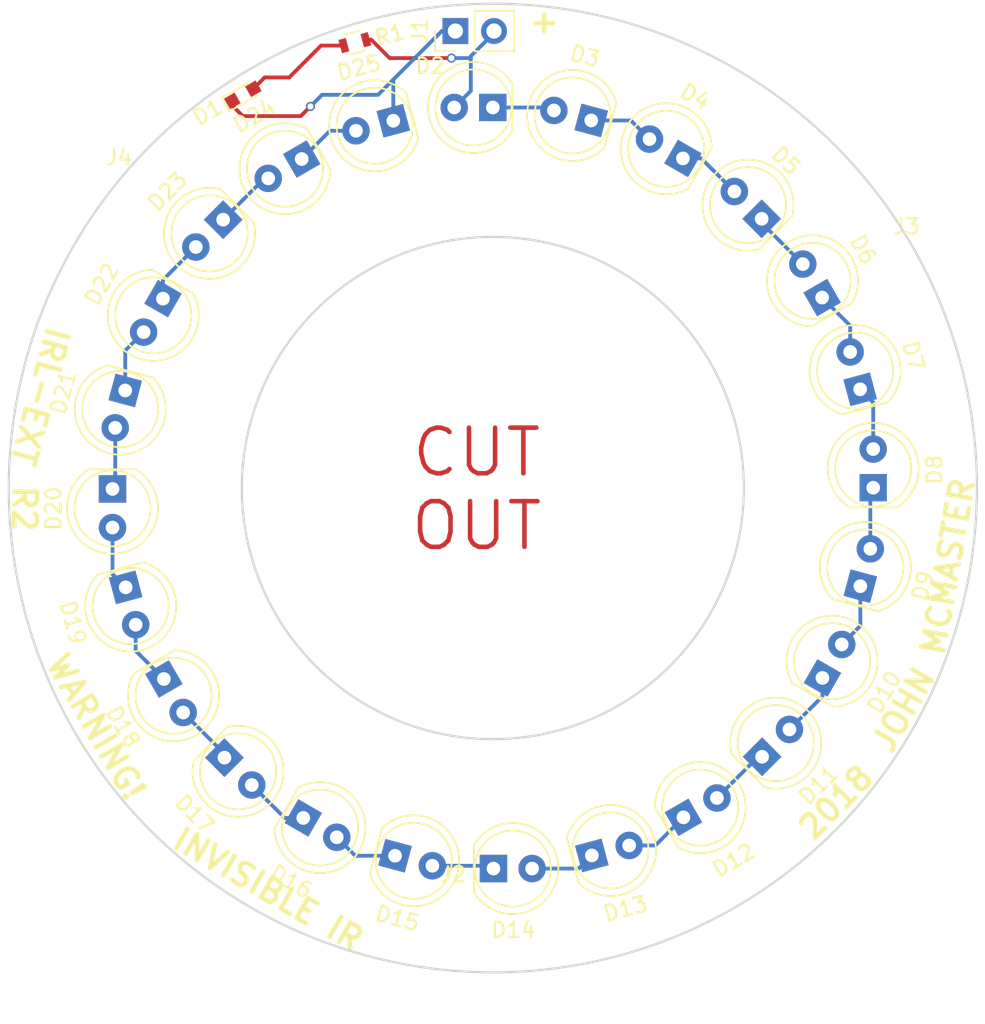
<source format=kicad_pcb>
(kicad_pcb (version 4) (host pcbnew 4.0.7-e2-6376~58~ubuntu16.04.1)

  (general
    (links 28)
    (no_connects 0)
    (area 67.734584 67.951999 132.261371 135.574999)
    (thickness 1.6)
    (drawings 11)
    (tracks 71)
    (zones 0)
    (modules 30)
    (nets 29)
  )

  (page A4)
  (layers
    (0 F.Cu signal)
    (31 B.Cu signal)
    (32 B.Adhes user)
    (33 F.Adhes user)
    (34 B.Paste user)
    (35 F.Paste user)
    (36 B.SilkS user)
    (37 F.SilkS user)
    (38 B.Mask user)
    (39 F.Mask user)
    (40 Dwgs.User user)
    (41 Cmts.User user)
    (42 Eco1.User user)
    (43 Eco2.User user)
    (44 Edge.Cuts user)
    (45 Margin user)
    (46 B.CrtYd user)
    (47 F.CrtYd user)
    (48 B.Fab user)
    (49 F.Fab user)
  )

  (setup
    (last_trace_width 0.25)
    (trace_clearance 0.2)
    (zone_clearance 0.508)
    (zone_45_only no)
    (trace_min 0.2)
    (segment_width 0.2)
    (edge_width 0.15)
    (via_size 0.6)
    (via_drill 0.4)
    (via_min_size 0.4)
    (via_min_drill 0.3)
    (uvia_size 0.3)
    (uvia_drill 0.1)
    (uvias_allowed no)
    (uvia_min_size 0.2)
    (uvia_min_drill 0.1)
    (pcb_text_width 0.3)
    (pcb_text_size 1.5 1.5)
    (mod_edge_width 0.15)
    (mod_text_size 1 1)
    (mod_text_width 0.15)
    (pad_size 3.5 3.5)
    (pad_drill 3.5)
    (pad_to_mask_clearance 0.2)
    (aux_axis_origin 0 0)
    (visible_elements FFFFFF7F)
    (pcbplotparams
      (layerselection 0x010f0_80000001)
      (usegerberextensions true)
      (excludeedgelayer true)
      (linewidth 0.100000)
      (plotframeref false)
      (viasonmask false)
      (mode 1)
      (useauxorigin false)
      (hpglpennumber 1)
      (hpglpenspeed 20)
      (hpglpendiameter 15)
      (hpglpenoverlay 2)
      (psnegative false)
      (psa4output false)
      (plotreference true)
      (plotvalue true)
      (plotinvisibletext false)
      (padsonsilk false)
      (subtractmaskfromsilk false)
      (outputformat 1)
      (mirror false)
      (drillshape 0)
      (scaleselection 1)
      (outputdirectory ilr-ext_r2))
  )

  (net 0 "")
  (net 1 "Net-(D1-Pad2)")
  (net 2 GND)
  (net 3 "Net-(D2-Pad1)")
  (net 4 VCC)
  (net 5 "Net-(D3-Pad1)")
  (net 6 "Net-(D4-Pad1)")
  (net 7 "Net-(D5-Pad1)")
  (net 8 "Net-(D6-Pad1)")
  (net 9 "Net-(D7-Pad1)")
  (net 10 "Net-(D8-Pad1)")
  (net 11 "Net-(D10-Pad2)")
  (net 12 "Net-(D10-Pad1)")
  (net 13 "Net-(D11-Pad1)")
  (net 14 "Net-(D12-Pad1)")
  (net 15 "Net-(D13-Pad1)")
  (net 16 "Net-(D14-Pad1)")
  (net 17 "Net-(D15-Pad1)")
  (net 18 "Net-(D16-Pad1)")
  (net 19 "Net-(D17-Pad1)")
  (net 20 "Net-(D18-Pad1)")
  (net 21 "Net-(D19-Pad1)")
  (net 22 "Net-(D20-Pad1)")
  (net 23 "Net-(D21-Pad1)")
  (net 24 "Net-(D22-Pad1)")
  (net 25 "Net-(D23-Pad1)")
  (net 26 "Net-(D24-Pad1)")
  (net 27 "Net-(J2-Pad1)")
  (net 28 "Net-(J4-Pad1)")

  (net_class Default "This is the default net class."
    (clearance 0.2)
    (trace_width 0.25)
    (via_dia 0.6)
    (via_drill 0.4)
    (uvia_dia 0.3)
    (uvia_drill 0.1)
    (add_net GND)
    (add_net "Net-(D1-Pad2)")
    (add_net "Net-(D10-Pad1)")
    (add_net "Net-(D10-Pad2)")
    (add_net "Net-(D11-Pad1)")
    (add_net "Net-(D12-Pad1)")
    (add_net "Net-(D13-Pad1)")
    (add_net "Net-(D14-Pad1)")
    (add_net "Net-(D15-Pad1)")
    (add_net "Net-(D16-Pad1)")
    (add_net "Net-(D17-Pad1)")
    (add_net "Net-(D18-Pad1)")
    (add_net "Net-(D19-Pad1)")
    (add_net "Net-(D2-Pad1)")
    (add_net "Net-(D20-Pad1)")
    (add_net "Net-(D21-Pad1)")
    (add_net "Net-(D22-Pad1)")
    (add_net "Net-(D23-Pad1)")
    (add_net "Net-(D24-Pad1)")
    (add_net "Net-(D3-Pad1)")
    (add_net "Net-(D4-Pad1)")
    (add_net "Net-(D5-Pad1)")
    (add_net "Net-(D6-Pad1)")
    (add_net "Net-(D7-Pad1)")
    (add_net "Net-(D8-Pad1)")
    (add_net "Net-(J2-Pad1)")
    (add_net "Net-(J4-Pad1)")
    (add_net VCC)
  )

  (module LEDs:LED_0603 (layer F.Cu) (tedit 5B07CFC8) (tstamp 5B074ABD)
    (at 83.566 74.168 30)
    (descr "LED 0603 smd package")
    (tags "LED led 0603 SMD smd SMT smt smdled SMDLED smtled SMTLED")
    (path /5B011935)
    (attr smd)
    (fp_text reference D1 (at -2.584932 -0.16671 30) (layer F.SilkS)
      (effects (font (size 1 1) (thickness 0.15)))
    )
    (fp_text value LED (at 3.084429 -0.22537 30) (layer F.Fab)
      (effects (font (size 1 1) (thickness 0.15)))
    )
    (fp_line (start -1.3 -0.5) (end -1.3 0.5) (layer F.SilkS) (width 0.12))
    (fp_line (start -0.2 -0.2) (end -0.2 0.2) (layer F.Fab) (width 0.1))
    (fp_line (start -0.15 0) (end 0.15 -0.2) (layer F.Fab) (width 0.1))
    (fp_line (start 0.15 0.2) (end -0.15 0) (layer F.Fab) (width 0.1))
    (fp_line (start 0.15 -0.2) (end 0.15 0.2) (layer F.Fab) (width 0.1))
    (fp_line (start 0.8 0.4) (end -0.8 0.4) (layer F.Fab) (width 0.1))
    (fp_line (start 0.8 -0.4) (end 0.8 0.4) (layer F.Fab) (width 0.1))
    (fp_line (start -0.8 -0.4) (end 0.8 -0.4) (layer F.Fab) (width 0.1))
    (fp_line (start -0.8 0.4) (end -0.8 -0.4) (layer F.Fab) (width 0.1))
    (fp_line (start -1.3 0.5) (end 0.8 0.5) (layer F.SilkS) (width 0.12))
    (fp_line (start -1.3 -0.5) (end 0.8 -0.5) (layer F.SilkS) (width 0.12))
    (fp_line (start 1.45 -0.65) (end 1.45 0.65) (layer F.CrtYd) (width 0.05))
    (fp_line (start 1.45 0.65) (end -1.45 0.65) (layer F.CrtYd) (width 0.05))
    (fp_line (start -1.45 0.65) (end -1.45 -0.65) (layer F.CrtYd) (width 0.05))
    (fp_line (start -1.45 -0.65) (end 1.45 -0.65) (layer F.CrtYd) (width 0.05))
    (pad 2 smd rect (at 0.8 0 210) (size 0.8 0.8) (layers F.Cu F.Paste F.Mask)
      (net 1 "Net-(D1-Pad2)"))
    (pad 1 smd rect (at -0.8 0 210) (size 0.8 0.8) (layers F.Cu F.Paste F.Mask)
      (net 2 GND))
    (model ${KISYS3DMOD}/LEDs.3dshapes/LED_0603.wrl
      (at (xyz 0 0 0))
      (scale (xyz 1 1 1))
      (rotate (xyz 0 0 180))
    )
  )

  (module LEDs:LED_D5.0mm (layer F.Cu) (tedit 5B07CA48) (tstamp 5B074AC3)
    (at 100 75 180)
    (descr "LED, diameter 5.0mm, 2 pins, http://cdn-reichelt.de/documents/datenblatt/A500/LL-504BC2E-009.pdf")
    (tags "LED diameter 5.0mm 2 pins")
    (path /5B00EA18)
    (fp_text reference D2 (at 4.115 2.737 180) (layer F.SilkS)
      (effects (font (size 1 1) (thickness 0.15)))
    )
    (fp_text value LED (at 1.27 3.96 180) (layer F.Fab)
      (effects (font (size 1 1) (thickness 0.15)))
    )
    (fp_arc (start 1.27 0) (end -1.23 -1.469694) (angle 299.1) (layer F.Fab) (width 0.1))
    (fp_arc (start 1.27 0) (end -1.29 -1.54483) (angle 148.9) (layer F.SilkS) (width 0.12))
    (fp_arc (start 1.27 0) (end -1.29 1.54483) (angle -148.9) (layer F.SilkS) (width 0.12))
    (fp_circle (center 1.27 0) (end 3.77 0) (layer F.Fab) (width 0.1))
    (fp_circle (center 1.27 0) (end 3.77 0) (layer F.SilkS) (width 0.12))
    (fp_line (start -1.23 -1.469694) (end -1.23 1.469694) (layer F.Fab) (width 0.1))
    (fp_line (start -1.29 -1.545) (end -1.29 1.545) (layer F.SilkS) (width 0.12))
    (fp_line (start -1.95 -3.25) (end -1.95 3.25) (layer F.CrtYd) (width 0.05))
    (fp_line (start -1.95 3.25) (end 4.5 3.25) (layer F.CrtYd) (width 0.05))
    (fp_line (start 4.5 3.25) (end 4.5 -3.25) (layer F.CrtYd) (width 0.05))
    (fp_line (start 4.5 -3.25) (end -1.95 -3.25) (layer F.CrtYd) (width 0.05))
    (fp_text user %R (at 1.25 0 180) (layer F.Fab)
      (effects (font (size 0.8 0.8) (thickness 0.2)))
    )
    (pad 1 thru_hole rect (at 0 0 180) (size 1.8 1.8) (drill 0.9) (layers *.Cu *.Mask)
      (net 3 "Net-(D2-Pad1)"))
    (pad 2 thru_hole circle (at 2.54 0 180) (size 1.8 1.8) (drill 0.9) (layers *.Cu *.Mask)
      (net 4 VCC))
    (model ${KISYS3DMOD}/LEDs.3dshapes/LED_D5.0mm.wrl
      (at (xyz 0 0 0))
      (scale (xyz 0.393701 0.393701 0.393701))
      (rotate (xyz 0 0 0))
    )
  )

  (module LEDs:LED_D5.0mm (layer F.Cu) (tedit 5B07CAED) (tstamp 5B074AC9)
    (at 106.467271 75.850995 165)
    (descr "LED, diameter 5.0mm, 2 pins, http://cdn-reichelt.de/documents/datenblatt/A500/LL-504BC2E-009.pdf")
    (tags "LED diameter 5.0mm 2 pins")
    (path /5B00EAF4)
    (fp_text reference D3 (at 1.500874 3.969808 165) (layer F.SilkS)
      (effects (font (size 1 1) (thickness 0.15)))
    )
    (fp_text value LED (at 1.27 3.96 165) (layer F.Fab)
      (effects (font (size 1 1) (thickness 0.15)))
    )
    (fp_arc (start 1.27 0) (end -1.23 -1.469694) (angle 299.1) (layer F.Fab) (width 0.1))
    (fp_arc (start 1.27 0) (end -1.29 -1.54483) (angle 148.9) (layer F.SilkS) (width 0.12))
    (fp_arc (start 1.27 0) (end -1.29 1.54483) (angle -148.9) (layer F.SilkS) (width 0.12))
    (fp_circle (center 1.27 0) (end 3.77 0) (layer F.Fab) (width 0.1))
    (fp_circle (center 1.27 0) (end 3.77 0) (layer F.SilkS) (width 0.12))
    (fp_line (start -1.23 -1.469694) (end -1.23 1.469694) (layer F.Fab) (width 0.1))
    (fp_line (start -1.29 -1.545) (end -1.29 1.545) (layer F.SilkS) (width 0.12))
    (fp_line (start -1.95 -3.25) (end -1.95 3.25) (layer F.CrtYd) (width 0.05))
    (fp_line (start -1.95 3.25) (end 4.5 3.25) (layer F.CrtYd) (width 0.05))
    (fp_line (start 4.5 3.25) (end 4.5 -3.25) (layer F.CrtYd) (width 0.05))
    (fp_line (start 4.5 -3.25) (end -1.95 -3.25) (layer F.CrtYd) (width 0.05))
    (fp_text user %R (at 1.25 0 165) (layer F.Fab)
      (effects (font (size 0.8 0.8) (thickness 0.2)))
    )
    (pad 1 thru_hole rect (at 0 0 165) (size 1.8 1.8) (drill 0.9) (layers *.Cu *.Mask)
      (net 5 "Net-(D3-Pad1)"))
    (pad 2 thru_hole circle (at 2.54 0 165) (size 1.8 1.8) (drill 0.9) (layers *.Cu *.Mask)
      (net 3 "Net-(D2-Pad1)"))
    (model ${KISYS3DMOD}/LEDs.3dshapes/LED_D5.0mm.wrl
      (at (xyz 0 0 0))
      (scale (xyz 0.393701 0.393701 0.393701))
      (rotate (xyz 0 0 0))
    )
  )

  (module LEDs:LED_D5.0mm (layer F.Cu) (tedit 5B07CAE8) (tstamp 5B074ACF)
    (at 112.494252 78.346047 150)
    (descr "LED, diameter 5.0mm, 2 pins, http://cdn-reichelt.de/documents/datenblatt/A500/LL-504BC2E-009.pdf")
    (tags "LED diameter 5.0mm 2 pins")
    (path /5B00EB64)
    (fp_text reference D4 (at 1.341582 3.903184 150) (layer F.SilkS)
      (effects (font (size 1 1) (thickness 0.15)))
    )
    (fp_text value LED (at 1.27 3.96 150) (layer F.Fab)
      (effects (font (size 1 1) (thickness 0.15)))
    )
    (fp_arc (start 1.27 0) (end -1.23 -1.469694) (angle 299.1) (layer F.Fab) (width 0.1))
    (fp_arc (start 1.27 0) (end -1.29 -1.54483) (angle 148.9) (layer F.SilkS) (width 0.12))
    (fp_arc (start 1.27 0) (end -1.29 1.54483) (angle -148.9) (layer F.SilkS) (width 0.12))
    (fp_circle (center 1.27 0) (end 3.77 0) (layer F.Fab) (width 0.1))
    (fp_circle (center 1.27 0) (end 3.77 0) (layer F.SilkS) (width 0.12))
    (fp_line (start -1.23 -1.469694) (end -1.23 1.469694) (layer F.Fab) (width 0.1))
    (fp_line (start -1.29 -1.545) (end -1.29 1.545) (layer F.SilkS) (width 0.12))
    (fp_line (start -1.95 -3.25) (end -1.95 3.25) (layer F.CrtYd) (width 0.05))
    (fp_line (start -1.95 3.25) (end 4.5 3.25) (layer F.CrtYd) (width 0.05))
    (fp_line (start 4.5 3.25) (end 4.5 -3.25) (layer F.CrtYd) (width 0.05))
    (fp_line (start 4.5 -3.25) (end -1.95 -3.25) (layer F.CrtYd) (width 0.05))
    (fp_text user %R (at 1.25 0 150) (layer F.Fab)
      (effects (font (size 0.8 0.8) (thickness 0.2)))
    )
    (pad 1 thru_hole rect (at 0 0 150) (size 1.8 1.8) (drill 0.9) (layers *.Cu *.Mask)
      (net 6 "Net-(D4-Pad1)"))
    (pad 2 thru_hole circle (at 2.54 0 150) (size 1.8 1.8) (drill 0.9) (layers *.Cu *.Mask)
      (net 5 "Net-(D3-Pad1)"))
    (model ${KISYS3DMOD}/LEDs.3dshapes/LED_D5.0mm.wrl
      (at (xyz 0 0 0))
      (scale (xyz 0.393701 0.393701 0.393701))
      (rotate (xyz 0 0 0))
    )
  )

  (module LEDs:LED_D5.0mm (layer F.Cu) (tedit 5B07CAE3) (tstamp 5B074AD5)
    (at 117.670629 82.315293 135)
    (descr "LED, diameter 5.0mm, 2 pins, http://cdn-reichelt.de/documents/datenblatt/A500/LL-504BC2E-009.pdf")
    (tags "LED diameter 5.0mm 2 pins")
    (path /5B01951A)
    (fp_text reference D5 (at 1.588814 3.826624 135) (layer F.SilkS)
      (effects (font (size 1 1) (thickness 0.15)))
    )
    (fp_text value LED (at 1.27 3.96 135) (layer F.Fab)
      (effects (font (size 1 1) (thickness 0.15)))
    )
    (fp_arc (start 1.27 0) (end -1.23 -1.469694) (angle 299.1) (layer F.Fab) (width 0.1))
    (fp_arc (start 1.27 0) (end -1.29 -1.54483) (angle 148.9) (layer F.SilkS) (width 0.12))
    (fp_arc (start 1.27 0) (end -1.29 1.54483) (angle -148.9) (layer F.SilkS) (width 0.12))
    (fp_circle (center 1.27 0) (end 3.77 0) (layer F.Fab) (width 0.1))
    (fp_circle (center 1.27 0) (end 3.77 0) (layer F.SilkS) (width 0.12))
    (fp_line (start -1.23 -1.469694) (end -1.23 1.469694) (layer F.Fab) (width 0.1))
    (fp_line (start -1.29 -1.545) (end -1.29 1.545) (layer F.SilkS) (width 0.12))
    (fp_line (start -1.95 -3.25) (end -1.95 3.25) (layer F.CrtYd) (width 0.05))
    (fp_line (start -1.95 3.25) (end 4.5 3.25) (layer F.CrtYd) (width 0.05))
    (fp_line (start 4.5 3.25) (end 4.5 -3.25) (layer F.CrtYd) (width 0.05))
    (fp_line (start 4.5 -3.25) (end -1.95 -3.25) (layer F.CrtYd) (width 0.05))
    (fp_text user %R (at 1.25 0 135) (layer F.Fab)
      (effects (font (size 0.8 0.8) (thickness 0.2)))
    )
    (pad 1 thru_hole rect (at 0 0 135) (size 1.8 1.8) (drill 0.9) (layers *.Cu *.Mask)
      (net 7 "Net-(D5-Pad1)"))
    (pad 2 thru_hole circle (at 2.54 0 135) (size 1.8 1.8) (drill 0.9) (layers *.Cu *.Mask)
      (net 6 "Net-(D4-Pad1)"))
    (model ${KISYS3DMOD}/LEDs.3dshapes/LED_D5.0mm.wrl
      (at (xyz 0 0 0))
      (scale (xyz 0.393701 0.393701 0.393701))
      (rotate (xyz 0 0 0))
    )
  )

  (module LEDs:LED_D5.0mm (layer F.Cu) (tedit 5B07CAE0) (tstamp 5B074ADB)
    (at 121.643995 87.488507 120)
    (descr "LED, diameter 5.0mm, 2 pins, http://cdn-reichelt.de/documents/datenblatt/A500/LL-504BC2E-009.pdf")
    (tags "LED diameter 5.0mm 2 pins")
    (path /5B019520)
    (fp_text reference D6 (at 1.392577 3.909 120) (layer F.SilkS)
      (effects (font (size 1 1) (thickness 0.15)))
    )
    (fp_text value LED (at 1.27 3.96 120) (layer F.Fab)
      (effects (font (size 1 1) (thickness 0.15)))
    )
    (fp_arc (start 1.27 0) (end -1.23 -1.469694) (angle 299.1) (layer F.Fab) (width 0.1))
    (fp_arc (start 1.27 0) (end -1.29 -1.54483) (angle 148.9) (layer F.SilkS) (width 0.12))
    (fp_arc (start 1.27 0) (end -1.29 1.54483) (angle -148.9) (layer F.SilkS) (width 0.12))
    (fp_circle (center 1.27 0) (end 3.77 0) (layer F.Fab) (width 0.1))
    (fp_circle (center 1.27 0) (end 3.77 0) (layer F.SilkS) (width 0.12))
    (fp_line (start -1.23 -1.469694) (end -1.23 1.469694) (layer F.Fab) (width 0.1))
    (fp_line (start -1.29 -1.545) (end -1.29 1.545) (layer F.SilkS) (width 0.12))
    (fp_line (start -1.95 -3.25) (end -1.95 3.25) (layer F.CrtYd) (width 0.05))
    (fp_line (start -1.95 3.25) (end 4.5 3.25) (layer F.CrtYd) (width 0.05))
    (fp_line (start 4.5 3.25) (end 4.5 -3.25) (layer F.CrtYd) (width 0.05))
    (fp_line (start 4.5 -3.25) (end -1.95 -3.25) (layer F.CrtYd) (width 0.05))
    (fp_text user %R (at 1.25 0 120) (layer F.Fab)
      (effects (font (size 0.8 0.8) (thickness 0.2)))
    )
    (pad 1 thru_hole rect (at 0 0 120) (size 1.8 1.8) (drill 0.9) (layers *.Cu *.Mask)
      (net 8 "Net-(D6-Pad1)"))
    (pad 2 thru_hole circle (at 2.54 0 120) (size 1.8 1.8) (drill 0.9) (layers *.Cu *.Mask)
      (net 7 "Net-(D5-Pad1)"))
    (model ${KISYS3DMOD}/LEDs.3dshapes/LED_D5.0mm.wrl
      (at (xyz 0 0 0))
      (scale (xyz 0.393701 0.393701 0.393701))
      (rotate (xyz 0 0 0))
    )
  )

  (module LEDs:LED_D5.0mm (layer F.Cu) (tedit 5B07CADC) (tstamp 5B074AE1)
    (at 124.143846 93.5135 105)
    (descr "LED, diameter 5.0mm, 2 pins, http://cdn-reichelt.de/documents/datenblatt/A500/LL-504BC2E-009.pdf")
    (tags "LED diameter 5.0mm 2 pins")
    (path /5B019526)
    (fp_text reference D7 (at 1.221943 3.941727 105) (layer F.SilkS)
      (effects (font (size 1 1) (thickness 0.15)))
    )
    (fp_text value LED (at 1.27 3.96 105) (layer F.Fab)
      (effects (font (size 1 1) (thickness 0.15)))
    )
    (fp_arc (start 1.27 0) (end -1.23 -1.469694) (angle 299.1) (layer F.Fab) (width 0.1))
    (fp_arc (start 1.27 0) (end -1.29 -1.54483) (angle 148.9) (layer F.SilkS) (width 0.12))
    (fp_arc (start 1.27 0) (end -1.29 1.54483) (angle -148.9) (layer F.SilkS) (width 0.12))
    (fp_circle (center 1.27 0) (end 3.77 0) (layer F.Fab) (width 0.1))
    (fp_circle (center 1.27 0) (end 3.77 0) (layer F.SilkS) (width 0.12))
    (fp_line (start -1.23 -1.469694) (end -1.23 1.469694) (layer F.Fab) (width 0.1))
    (fp_line (start -1.29 -1.545) (end -1.29 1.545) (layer F.SilkS) (width 0.12))
    (fp_line (start -1.95 -3.25) (end -1.95 3.25) (layer F.CrtYd) (width 0.05))
    (fp_line (start -1.95 3.25) (end 4.5 3.25) (layer F.CrtYd) (width 0.05))
    (fp_line (start 4.5 3.25) (end 4.5 -3.25) (layer F.CrtYd) (width 0.05))
    (fp_line (start 4.5 -3.25) (end -1.95 -3.25) (layer F.CrtYd) (width 0.05))
    (fp_text user %R (at 1.25 0 105) (layer F.Fab)
      (effects (font (size 0.8 0.8) (thickness 0.2)))
    )
    (pad 1 thru_hole rect (at 0 0 105) (size 1.8 1.8) (drill 0.9) (layers *.Cu *.Mask)
      (net 9 "Net-(D7-Pad1)"))
    (pad 2 thru_hole circle (at 2.54 0 105) (size 1.8 1.8) (drill 0.9) (layers *.Cu *.Mask)
      (net 8 "Net-(D6-Pad1)"))
    (model ${KISYS3DMOD}/LEDs.3dshapes/LED_D5.0mm.wrl
      (at (xyz 0 0 0))
      (scale (xyz 0.393701 0.393701 0.393701))
      (rotate (xyz 0 0 0))
    )
  )

  (module LEDs:LED_D5.0mm (layer F.Cu) (tedit 5B07CAD6) (tstamp 5B074AE7)
    (at 124.999992 99.980091 90)
    (descr "LED, diameter 5.0mm, 2 pins, http://cdn-reichelt.de/documents/datenblatt/A500/LL-504BC2E-009.pdf")
    (tags "LED diameter 5.0mm 2 pins")
    (path /5B01A05A)
    (fp_text reference D8 (at 1.174091 4.032008 90) (layer F.SilkS)
      (effects (font (size 1 1) (thickness 0.15)))
    )
    (fp_text value LED (at 1.27 3.96 90) (layer F.Fab)
      (effects (font (size 1 1) (thickness 0.15)))
    )
    (fp_arc (start 1.27 0) (end -1.23 -1.469694) (angle 299.1) (layer F.Fab) (width 0.1))
    (fp_arc (start 1.27 0) (end -1.29 -1.54483) (angle 148.9) (layer F.SilkS) (width 0.12))
    (fp_arc (start 1.27 0) (end -1.29 1.54483) (angle -148.9) (layer F.SilkS) (width 0.12))
    (fp_circle (center 1.27 0) (end 3.77 0) (layer F.Fab) (width 0.1))
    (fp_circle (center 1.27 0) (end 3.77 0) (layer F.SilkS) (width 0.12))
    (fp_line (start -1.23 -1.469694) (end -1.23 1.469694) (layer F.Fab) (width 0.1))
    (fp_line (start -1.29 -1.545) (end -1.29 1.545) (layer F.SilkS) (width 0.12))
    (fp_line (start -1.95 -3.25) (end -1.95 3.25) (layer F.CrtYd) (width 0.05))
    (fp_line (start -1.95 3.25) (end 4.5 3.25) (layer F.CrtYd) (width 0.05))
    (fp_line (start 4.5 3.25) (end 4.5 -3.25) (layer F.CrtYd) (width 0.05))
    (fp_line (start 4.5 -3.25) (end -1.95 -3.25) (layer F.CrtYd) (width 0.05))
    (fp_text user %R (at 1.25 0 90) (layer F.Fab)
      (effects (font (size 0.8 0.8) (thickness 0.2)))
    )
    (pad 1 thru_hole rect (at 0 0 90) (size 1.8 1.8) (drill 0.9) (layers *.Cu *.Mask)
      (net 10 "Net-(D8-Pad1)"))
    (pad 2 thru_hole circle (at 2.54 0 90) (size 1.8 1.8) (drill 0.9) (layers *.Cu *.Mask)
      (net 9 "Net-(D7-Pad1)"))
    (model ${KISYS3DMOD}/LEDs.3dshapes/LED_D5.0mm.wrl
      (at (xyz 0 0 0))
      (scale (xyz 0.393701 0.393701 0.393701))
      (rotate (xyz 0 0 0))
    )
  )

  (module LEDs:LED_D5.0mm (layer F.Cu) (tedit 5B07CAD2) (tstamp 5B074AED)
    (at 124.154146 106.448038 75)
    (descr "LED, diameter 5.0mm, 2 pins, http://cdn-reichelt.de/documents/datenblatt/A500/LL-504BC2E-009.pdf")
    (tags "LED diameter 5.0mm 2 pins")
    (path /5B01A060)
    (fp_text reference D9 (at 1.086548 3.969906 75) (layer F.SilkS)
      (effects (font (size 1 1) (thickness 0.15)))
    )
    (fp_text value LED (at 1.27 3.96 75) (layer F.Fab)
      (effects (font (size 1 1) (thickness 0.15)))
    )
    (fp_arc (start 1.27 0) (end -1.23 -1.469694) (angle 299.1) (layer F.Fab) (width 0.1))
    (fp_arc (start 1.27 0) (end -1.29 -1.54483) (angle 148.9) (layer F.SilkS) (width 0.12))
    (fp_arc (start 1.27 0) (end -1.29 1.54483) (angle -148.9) (layer F.SilkS) (width 0.12))
    (fp_circle (center 1.27 0) (end 3.77 0) (layer F.Fab) (width 0.1))
    (fp_circle (center 1.27 0) (end 3.77 0) (layer F.SilkS) (width 0.12))
    (fp_line (start -1.23 -1.469694) (end -1.23 1.469694) (layer F.Fab) (width 0.1))
    (fp_line (start -1.29 -1.545) (end -1.29 1.545) (layer F.SilkS) (width 0.12))
    (fp_line (start -1.95 -3.25) (end -1.95 3.25) (layer F.CrtYd) (width 0.05))
    (fp_line (start -1.95 3.25) (end 4.5 3.25) (layer F.CrtYd) (width 0.05))
    (fp_line (start 4.5 3.25) (end 4.5 -3.25) (layer F.CrtYd) (width 0.05))
    (fp_line (start 4.5 -3.25) (end -1.95 -3.25) (layer F.CrtYd) (width 0.05))
    (fp_text user %R (at 1.25 0 75) (layer F.Fab)
      (effects (font (size 0.8 0.8) (thickness 0.2)))
    )
    (pad 1 thru_hole rect (at 0 0 75) (size 1.8 1.8) (drill 0.9) (layers *.Cu *.Mask)
      (net 11 "Net-(D10-Pad2)"))
    (pad 2 thru_hole circle (at 2.54 0 75) (size 1.8 1.8) (drill 0.9) (layers *.Cu *.Mask)
      (net 10 "Net-(D8-Pad1)"))
    (model ${KISYS3DMOD}/LEDs.3dshapes/LED_D5.0mm.wrl
      (at (xyz 0 0 0))
      (scale (xyz 0.393701 0.393701 0.393701))
      (rotate (xyz 0 0 0))
    )
  )

  (module LEDs:LED_D5.0mm (layer F.Cu) (tedit 5B07CACE) (tstamp 5B074AF3)
    (at 121.663895 112.477004 60)
    (descr "LED, diameter 5.0mm, 2 pins, http://cdn-reichelt.de/documents/datenblatt/A500/LL-504BC2E-009.pdf")
    (tags "LED diameter 5.0mm 2 pins")
    (path /5B01A066)
    (fp_text reference D10 (at 1.224188 3.988348 60) (layer F.SilkS)
      (effects (font (size 1 1) (thickness 0.15)))
    )
    (fp_text value LED (at 1.27 3.96 60) (layer F.Fab)
      (effects (font (size 1 1) (thickness 0.15)))
    )
    (fp_arc (start 1.27 0) (end -1.23 -1.469694) (angle 299.1) (layer F.Fab) (width 0.1))
    (fp_arc (start 1.27 0) (end -1.29 -1.54483) (angle 148.9) (layer F.SilkS) (width 0.12))
    (fp_arc (start 1.27 0) (end -1.29 1.54483) (angle -148.9) (layer F.SilkS) (width 0.12))
    (fp_circle (center 1.27 0) (end 3.77 0) (layer F.Fab) (width 0.1))
    (fp_circle (center 1.27 0) (end 3.77 0) (layer F.SilkS) (width 0.12))
    (fp_line (start -1.23 -1.469694) (end -1.23 1.469694) (layer F.Fab) (width 0.1))
    (fp_line (start -1.29 -1.545) (end -1.29 1.545) (layer F.SilkS) (width 0.12))
    (fp_line (start -1.95 -3.25) (end -1.95 3.25) (layer F.CrtYd) (width 0.05))
    (fp_line (start -1.95 3.25) (end 4.5 3.25) (layer F.CrtYd) (width 0.05))
    (fp_line (start 4.5 3.25) (end 4.5 -3.25) (layer F.CrtYd) (width 0.05))
    (fp_line (start 4.5 -3.25) (end -1.95 -3.25) (layer F.CrtYd) (width 0.05))
    (fp_text user %R (at 1.25 0 60) (layer F.Fab)
      (effects (font (size 0.8 0.8) (thickness 0.2)))
    )
    (pad 1 thru_hole rect (at 0 0 60) (size 1.8 1.8) (drill 0.9) (layers *.Cu *.Mask)
      (net 12 "Net-(D10-Pad1)"))
    (pad 2 thru_hole circle (at 2.54 0 60) (size 1.8 1.8) (drill 0.9) (layers *.Cu *.Mask)
      (net 11 "Net-(D10-Pad2)"))
    (model ${KISYS3DMOD}/LEDs.3dshapes/LED_D5.0mm.wrl
      (at (xyz 0 0 0))
      (scale (xyz 0.393701 0.393701 0.393701))
      (rotate (xyz 0 0 0))
    )
  )

  (module LEDs:LED_D5.0mm (layer F.Cu) (tedit 5B07CAC7) (tstamp 5B074AF9)
    (at 117.698772 117.656541 45)
    (descr "LED, diameter 5.0mm, 2 pins, http://cdn-reichelt.de/documents/datenblatt/A500/LL-504BC2E-009.pdf")
    (tags "LED diameter 5.0mm 2 pins")
    (path /5B01A090)
    (fp_text reference D11 (at 1.317177 3.934121 45) (layer F.SilkS)
      (effects (font (size 1 1) (thickness 0.15)))
    )
    (fp_text value LED (at 1.27 3.96 45) (layer F.Fab)
      (effects (font (size 1 1) (thickness 0.15)))
    )
    (fp_arc (start 1.27 0) (end -1.23 -1.469694) (angle 299.1) (layer F.Fab) (width 0.1))
    (fp_arc (start 1.27 0) (end -1.29 -1.54483) (angle 148.9) (layer F.SilkS) (width 0.12))
    (fp_arc (start 1.27 0) (end -1.29 1.54483) (angle -148.9) (layer F.SilkS) (width 0.12))
    (fp_circle (center 1.27 0) (end 3.77 0) (layer F.Fab) (width 0.1))
    (fp_circle (center 1.27 0) (end 3.77 0) (layer F.SilkS) (width 0.12))
    (fp_line (start -1.23 -1.469694) (end -1.23 1.469694) (layer F.Fab) (width 0.1))
    (fp_line (start -1.29 -1.545) (end -1.29 1.545) (layer F.SilkS) (width 0.12))
    (fp_line (start -1.95 -3.25) (end -1.95 3.25) (layer F.CrtYd) (width 0.05))
    (fp_line (start -1.95 3.25) (end 4.5 3.25) (layer F.CrtYd) (width 0.05))
    (fp_line (start 4.5 3.25) (end 4.5 -3.25) (layer F.CrtYd) (width 0.05))
    (fp_line (start 4.5 -3.25) (end -1.95 -3.25) (layer F.CrtYd) (width 0.05))
    (fp_text user %R (at 1.25 0 45) (layer F.Fab)
      (effects (font (size 0.8 0.8) (thickness 0.2)))
    )
    (pad 1 thru_hole rect (at 0 0 45) (size 1.8 1.8) (drill 0.9) (layers *.Cu *.Mask)
      (net 13 "Net-(D11-Pad1)"))
    (pad 2 thru_hole circle (at 2.54 0 45) (size 1.8 1.8) (drill 0.9) (layers *.Cu *.Mask)
      (net 12 "Net-(D10-Pad1)"))
    (model ${KISYS3DMOD}/LEDs.3dshapes/LED_D5.0mm.wrl
      (at (xyz 0 0 0))
      (scale (xyz 0.393701 0.393701 0.393701))
      (rotate (xyz 0 0 0))
    )
  )

  (module LEDs:LED_D5.0mm (layer F.Cu) (tedit 5B07CAC3) (tstamp 5B074AFF)
    (at 112.528723 121.634025 30)
    (descr "LED, diameter 5.0mm, 2 pins, http://cdn-reichelt.de/documents/datenblatt/A500/LL-504BC2E-009.pdf")
    (tags "LED diameter 5.0mm 2 pins")
    (path /5B01A096)
    (fp_text reference D12 (at 1.440806 4.095005 30) (layer F.SilkS)
      (effects (font (size 1 1) (thickness 0.15)))
    )
    (fp_text value LED (at 1.27 3.96 30) (layer F.Fab)
      (effects (font (size 1 1) (thickness 0.15)))
    )
    (fp_arc (start 1.27 0) (end -1.23 -1.469694) (angle 299.1) (layer F.Fab) (width 0.1))
    (fp_arc (start 1.27 0) (end -1.29 -1.54483) (angle 148.9) (layer F.SilkS) (width 0.12))
    (fp_arc (start 1.27 0) (end -1.29 1.54483) (angle -148.9) (layer F.SilkS) (width 0.12))
    (fp_circle (center 1.27 0) (end 3.77 0) (layer F.Fab) (width 0.1))
    (fp_circle (center 1.27 0) (end 3.77 0) (layer F.SilkS) (width 0.12))
    (fp_line (start -1.23 -1.469694) (end -1.23 1.469694) (layer F.Fab) (width 0.1))
    (fp_line (start -1.29 -1.545) (end -1.29 1.545) (layer F.SilkS) (width 0.12))
    (fp_line (start -1.95 -3.25) (end -1.95 3.25) (layer F.CrtYd) (width 0.05))
    (fp_line (start -1.95 3.25) (end 4.5 3.25) (layer F.CrtYd) (width 0.05))
    (fp_line (start 4.5 3.25) (end 4.5 -3.25) (layer F.CrtYd) (width 0.05))
    (fp_line (start 4.5 -3.25) (end -1.95 -3.25) (layer F.CrtYd) (width 0.05))
    (fp_text user %R (at 1.25 0 30) (layer F.Fab)
      (effects (font (size 0.8 0.8) (thickness 0.2)))
    )
    (pad 1 thru_hole rect (at 0 0 30) (size 1.8 1.8) (drill 0.9) (layers *.Cu *.Mask)
      (net 14 "Net-(D12-Pad1)"))
    (pad 2 thru_hole circle (at 2.54 0 30) (size 1.8 1.8) (drill 0.9) (layers *.Cu *.Mask)
      (net 13 "Net-(D11-Pad1)"))
    (model ${KISYS3DMOD}/LEDs.3dshapes/LED_D5.0mm.wrl
      (at (xyz 0 0 0))
      (scale (xyz 0.393701 0.393701 0.393701))
      (rotate (xyz 0 0 0))
    )
  )

  (module LEDs:LED_D5.0mm (layer F.Cu) (tedit 5B07CABF) (tstamp 5B074B05)
    (at 106.505723 124.138673 15)
    (descr "LED, diameter 5.0mm, 2 pins, http://cdn-reichelt.de/documents/datenblatt/A500/LL-504BC2E-009.pdf")
    (tags "LED diameter 5.0mm 2 pins")
    (path /5B01A09C)
    (fp_text reference D13 (at 1.226184 3.948219 15) (layer F.SilkS)
      (effects (font (size 1 1) (thickness 0.15)))
    )
    (fp_text value LED (at 1.27 3.96 15) (layer F.Fab)
      (effects (font (size 1 1) (thickness 0.15)))
    )
    (fp_arc (start 1.27 0) (end -1.23 -1.469694) (angle 299.1) (layer F.Fab) (width 0.1))
    (fp_arc (start 1.27 0) (end -1.29 -1.54483) (angle 148.9) (layer F.SilkS) (width 0.12))
    (fp_arc (start 1.27 0) (end -1.29 1.54483) (angle -148.9) (layer F.SilkS) (width 0.12))
    (fp_circle (center 1.27 0) (end 3.77 0) (layer F.Fab) (width 0.1))
    (fp_circle (center 1.27 0) (end 3.77 0) (layer F.SilkS) (width 0.12))
    (fp_line (start -1.23 -1.469694) (end -1.23 1.469694) (layer F.Fab) (width 0.1))
    (fp_line (start -1.29 -1.545) (end -1.29 1.545) (layer F.SilkS) (width 0.12))
    (fp_line (start -1.95 -3.25) (end -1.95 3.25) (layer F.CrtYd) (width 0.05))
    (fp_line (start -1.95 3.25) (end 4.5 3.25) (layer F.CrtYd) (width 0.05))
    (fp_line (start 4.5 3.25) (end 4.5 -3.25) (layer F.CrtYd) (width 0.05))
    (fp_line (start 4.5 -3.25) (end -1.95 -3.25) (layer F.CrtYd) (width 0.05))
    (fp_text user %R (at 1.25 0 15) (layer F.Fab)
      (effects (font (size 0.8 0.8) (thickness 0.2)))
    )
    (pad 1 thru_hole rect (at 0 0 15) (size 1.8 1.8) (drill 0.9) (layers *.Cu *.Mask)
      (net 15 "Net-(D13-Pad1)"))
    (pad 2 thru_hole circle (at 2.54 0 15) (size 1.8 1.8) (drill 0.9) (layers *.Cu *.Mask)
      (net 14 "Net-(D12-Pad1)"))
    (model ${KISYS3DMOD}/LEDs.3dshapes/LED_D5.0mm.wrl
      (at (xyz 0 0 0))
      (scale (xyz 0.393701 0.393701 0.393701))
      (rotate (xyz 0 0 0))
    )
  )

  (module LEDs:LED_D5.0mm (layer F.Cu) (tedit 5B07CABA) (tstamp 5B074B0B)
    (at 100.039816 124.999968)
    (descr "LED, diameter 5.0mm, 2 pins, http://cdn-reichelt.de/documents/datenblatt/A500/LL-504BC2E-009.pdf")
    (tags "LED diameter 5.0mm 2 pins")
    (path /5B01A89E)
    (fp_text reference D14 (at 1.306184 4.032032) (layer F.SilkS)
      (effects (font (size 1 1) (thickness 0.15)))
    )
    (fp_text value LED (at 1.27 3.96) (layer F.Fab)
      (effects (font (size 1 1) (thickness 0.15)))
    )
    (fp_arc (start 1.27 0) (end -1.23 -1.469694) (angle 299.1) (layer F.Fab) (width 0.1))
    (fp_arc (start 1.27 0) (end -1.29 -1.54483) (angle 148.9) (layer F.SilkS) (width 0.12))
    (fp_arc (start 1.27 0) (end -1.29 1.54483) (angle -148.9) (layer F.SilkS) (width 0.12))
    (fp_circle (center 1.27 0) (end 3.77 0) (layer F.Fab) (width 0.1))
    (fp_circle (center 1.27 0) (end 3.77 0) (layer F.SilkS) (width 0.12))
    (fp_line (start -1.23 -1.469694) (end -1.23 1.469694) (layer F.Fab) (width 0.1))
    (fp_line (start -1.29 -1.545) (end -1.29 1.545) (layer F.SilkS) (width 0.12))
    (fp_line (start -1.95 -3.25) (end -1.95 3.25) (layer F.CrtYd) (width 0.05))
    (fp_line (start -1.95 3.25) (end 4.5 3.25) (layer F.CrtYd) (width 0.05))
    (fp_line (start 4.5 3.25) (end 4.5 -3.25) (layer F.CrtYd) (width 0.05))
    (fp_line (start 4.5 -3.25) (end -1.95 -3.25) (layer F.CrtYd) (width 0.05))
    (fp_text user %R (at 1.25 0) (layer F.Fab)
      (effects (font (size 0.8 0.8) (thickness 0.2)))
    )
    (pad 1 thru_hole rect (at 0 0) (size 1.8 1.8) (drill 0.9) (layers *.Cu *.Mask)
      (net 16 "Net-(D14-Pad1)"))
    (pad 2 thru_hole circle (at 2.54 0) (size 1.8 1.8) (drill 0.9) (layers *.Cu *.Mask)
      (net 15 "Net-(D13-Pad1)"))
    (model ${KISYS3DMOD}/LEDs.3dshapes/LED_D5.0mm.wrl
      (at (xyz 0 0 0))
      (scale (xyz 0.393701 0.393701 0.393701))
      (rotate (xyz 0 0 0))
    )
  )

  (module LEDs:LED_D5.0mm (layer F.Cu) (tedit 5B07CAB7) (tstamp 5B074B11)
    (at 93.571198 124.159273 345)
    (descr "LED, diameter 5.0mm, 2 pins, http://cdn-reichelt.de/documents/datenblatt/A500/LL-504BC2E-009.pdf")
    (tags "LED diameter 5.0mm 2 pins")
    (path /5B01A8A4)
    (fp_text reference D15 (at 1.213462 3.930592 345) (layer F.SilkS)
      (effects (font (size 1 1) (thickness 0.15)))
    )
    (fp_text value LED (at 1.27 3.96 345) (layer F.Fab)
      (effects (font (size 1 1) (thickness 0.15)))
    )
    (fp_arc (start 1.27 0) (end -1.23 -1.469694) (angle 299.1) (layer F.Fab) (width 0.1))
    (fp_arc (start 1.27 0) (end -1.29 -1.54483) (angle 148.9) (layer F.SilkS) (width 0.12))
    (fp_arc (start 1.27 0) (end -1.29 1.54483) (angle -148.9) (layer F.SilkS) (width 0.12))
    (fp_circle (center 1.27 0) (end 3.77 0) (layer F.Fab) (width 0.1))
    (fp_circle (center 1.27 0) (end 3.77 0) (layer F.SilkS) (width 0.12))
    (fp_line (start -1.23 -1.469694) (end -1.23 1.469694) (layer F.Fab) (width 0.1))
    (fp_line (start -1.29 -1.545) (end -1.29 1.545) (layer F.SilkS) (width 0.12))
    (fp_line (start -1.95 -3.25) (end -1.95 3.25) (layer F.CrtYd) (width 0.05))
    (fp_line (start -1.95 3.25) (end 4.5 3.25) (layer F.CrtYd) (width 0.05))
    (fp_line (start 4.5 3.25) (end 4.5 -3.25) (layer F.CrtYd) (width 0.05))
    (fp_line (start 4.5 -3.25) (end -1.95 -3.25) (layer F.CrtYd) (width 0.05))
    (fp_text user %R (at 1.25 0 345) (layer F.Fab)
      (effects (font (size 0.8 0.8) (thickness 0.2)))
    )
    (pad 1 thru_hole rect (at 0 0 345) (size 1.8 1.8) (drill 0.9) (layers *.Cu *.Mask)
      (net 17 "Net-(D15-Pad1)"))
    (pad 2 thru_hole circle (at 2.54 0 345) (size 1.8 1.8) (drill 0.9) (layers *.Cu *.Mask)
      (net 16 "Net-(D14-Pad1)"))
    (model ${KISYS3DMOD}/LEDs.3dshapes/LED_D5.0mm.wrl
      (at (xyz 0 0 0))
      (scale (xyz 0.393701 0.393701 0.393701))
      (rotate (xyz 0 0 0))
    )
  )

  (module LEDs:LED_D5.0mm (layer F.Cu) (tedit 5B07CAB2) (tstamp 5B074B17)
    (at 87.54025 121.673823 330)
    (descr "LED, diameter 5.0mm, 2 pins, http://cdn-reichelt.de/documents/datenblatt/A500/LL-504BC2E-009.pdf")
    (tags "LED diameter 5.0mm 2 pins")
    (path /5B01A8AA)
    (fp_text reference D16 (at 1.399418 4.022363 330) (layer F.SilkS)
      (effects (font (size 1 1) (thickness 0.15)))
    )
    (fp_text value LED (at 1.27 3.96 330) (layer F.Fab)
      (effects (font (size 1 1) (thickness 0.15)))
    )
    (fp_arc (start 1.27 0) (end -1.23 -1.469694) (angle 299.1) (layer F.Fab) (width 0.1))
    (fp_arc (start 1.27 0) (end -1.29 -1.54483) (angle 148.9) (layer F.SilkS) (width 0.12))
    (fp_arc (start 1.27 0) (end -1.29 1.54483) (angle -148.9) (layer F.SilkS) (width 0.12))
    (fp_circle (center 1.27 0) (end 3.77 0) (layer F.Fab) (width 0.1))
    (fp_circle (center 1.27 0) (end 3.77 0) (layer F.SilkS) (width 0.12))
    (fp_line (start -1.23 -1.469694) (end -1.23 1.469694) (layer F.Fab) (width 0.1))
    (fp_line (start -1.29 -1.545) (end -1.29 1.545) (layer F.SilkS) (width 0.12))
    (fp_line (start -1.95 -3.25) (end -1.95 3.25) (layer F.CrtYd) (width 0.05))
    (fp_line (start -1.95 3.25) (end 4.5 3.25) (layer F.CrtYd) (width 0.05))
    (fp_line (start 4.5 3.25) (end 4.5 -3.25) (layer F.CrtYd) (width 0.05))
    (fp_line (start 4.5 -3.25) (end -1.95 -3.25) (layer F.CrtYd) (width 0.05))
    (fp_text user %R (at 1.25 0 330) (layer F.Fab)
      (effects (font (size 0.8 0.8) (thickness 0.2)))
    )
    (pad 1 thru_hole rect (at 0 0 330) (size 1.8 1.8) (drill 0.9) (layers *.Cu *.Mask)
      (net 18 "Net-(D16-Pad1)"))
    (pad 2 thru_hole circle (at 2.54 0 330) (size 1.8 1.8) (drill 0.9) (layers *.Cu *.Mask)
      (net 17 "Net-(D15-Pad1)"))
    (model ${KISYS3DMOD}/LEDs.3dshapes/LED_D5.0mm.wrl
      (at (xyz 0 0 0))
      (scale (xyz 0.393701 0.393701 0.393701))
      (rotate (xyz 0 0 0))
    )
  )

  (module LEDs:LED_D5.0mm (layer F.Cu) (tedit 5B07CAAB) (tstamp 5B074B1D)
    (at 82.357558 117.712827 315)
    (descr "LED, diameter 5.0mm, 2 pins, http://cdn-reichelt.de/documents/datenblatt/A500/LL-504BC2E-009.pdf")
    (tags "LED diameter 5.0mm 2 pins")
    (path /5B01A8D4)
    (fp_text reference D17 (at 1.225144 4.006277 315) (layer F.SilkS)
      (effects (font (size 1 1) (thickness 0.15)))
    )
    (fp_text value LED (at 1.27 3.96 315) (layer F.Fab)
      (effects (font (size 1 1) (thickness 0.15)))
    )
    (fp_arc (start 1.27 0) (end -1.23 -1.469694) (angle 299.1) (layer F.Fab) (width 0.1))
    (fp_arc (start 1.27 0) (end -1.29 -1.54483) (angle 148.9) (layer F.SilkS) (width 0.12))
    (fp_arc (start 1.27 0) (end -1.29 1.54483) (angle -148.9) (layer F.SilkS) (width 0.12))
    (fp_circle (center 1.27 0) (end 3.77 0) (layer F.Fab) (width 0.1))
    (fp_circle (center 1.27 0) (end 3.77 0) (layer F.SilkS) (width 0.12))
    (fp_line (start -1.23 -1.469694) (end -1.23 1.469694) (layer F.Fab) (width 0.1))
    (fp_line (start -1.29 -1.545) (end -1.29 1.545) (layer F.SilkS) (width 0.12))
    (fp_line (start -1.95 -3.25) (end -1.95 3.25) (layer F.CrtYd) (width 0.05))
    (fp_line (start -1.95 3.25) (end 4.5 3.25) (layer F.CrtYd) (width 0.05))
    (fp_line (start 4.5 3.25) (end 4.5 -3.25) (layer F.CrtYd) (width 0.05))
    (fp_line (start 4.5 -3.25) (end -1.95 -3.25) (layer F.CrtYd) (width 0.05))
    (fp_text user %R (at 1.25 0 315) (layer F.Fab)
      (effects (font (size 0.8 0.8) (thickness 0.2)))
    )
    (pad 1 thru_hole rect (at 0 0 315) (size 1.8 1.8) (drill 0.9) (layers *.Cu *.Mask)
      (net 19 "Net-(D17-Pad1)"))
    (pad 2 thru_hole circle (at 2.54 0 315) (size 1.8 1.8) (drill 0.9) (layers *.Cu *.Mask)
      (net 18 "Net-(D16-Pad1)"))
    (model ${KISYS3DMOD}/LEDs.3dshapes/LED_D5.0mm.wrl
      (at (xyz 0 0 0))
      (scale (xyz 0.393701 0.393701 0.393701))
      (rotate (xyz 0 0 0))
    )
  )

  (module LEDs:LED_D5.0mm (layer F.Cu) (tedit 5B07CAA7) (tstamp 5B074B23)
    (at 78.375957 112.545947 300)
    (descr "LED, diameter 5.0mm, 2 pins, http://cdn-reichelt.de/documents/datenblatt/A500/LL-504BC2E-009.pdf")
    (tags "LED diameter 5.0mm 2 pins")
    (path /5B01A8DA)
    (fp_text reference D18 (at 1.386913 3.899901 300) (layer F.SilkS)
      (effects (font (size 1 1) (thickness 0.15)))
    )
    (fp_text value LED (at 1.27 3.96 300) (layer F.Fab)
      (effects (font (size 1 1) (thickness 0.15)))
    )
    (fp_arc (start 1.27 0) (end -1.23 -1.469694) (angle 299.1) (layer F.Fab) (width 0.1))
    (fp_arc (start 1.27 0) (end -1.29 -1.54483) (angle 148.9) (layer F.SilkS) (width 0.12))
    (fp_arc (start 1.27 0) (end -1.29 1.54483) (angle -148.9) (layer F.SilkS) (width 0.12))
    (fp_circle (center 1.27 0) (end 3.77 0) (layer F.Fab) (width 0.1))
    (fp_circle (center 1.27 0) (end 3.77 0) (layer F.SilkS) (width 0.12))
    (fp_line (start -1.23 -1.469694) (end -1.23 1.469694) (layer F.Fab) (width 0.1))
    (fp_line (start -1.29 -1.545) (end -1.29 1.545) (layer F.SilkS) (width 0.12))
    (fp_line (start -1.95 -3.25) (end -1.95 3.25) (layer F.CrtYd) (width 0.05))
    (fp_line (start -1.95 3.25) (end 4.5 3.25) (layer F.CrtYd) (width 0.05))
    (fp_line (start 4.5 3.25) (end 4.5 -3.25) (layer F.CrtYd) (width 0.05))
    (fp_line (start 4.5 -3.25) (end -1.95 -3.25) (layer F.CrtYd) (width 0.05))
    (fp_text user %R (at 1.25 0 300) (layer F.Fab)
      (effects (font (size 0.8 0.8) (thickness 0.2)))
    )
    (pad 1 thru_hole rect (at 0 0 300) (size 1.8 1.8) (drill 0.9) (layers *.Cu *.Mask)
      (net 20 "Net-(D18-Pad1)"))
    (pad 2 thru_hole circle (at 2.54 0 300) (size 1.8 1.8) (drill 0.9) (layers *.Cu *.Mask)
      (net 19 "Net-(D17-Pad1)"))
    (model ${KISYS3DMOD}/LEDs.3dshapes/LED_D5.0mm.wrl
      (at (xyz 0 0 0))
      (scale (xyz 0.393701 0.393701 0.393701))
      (rotate (xyz 0 0 0))
    )
  )

  (module LEDs:LED_D5.0mm (layer F.Cu) (tedit 5B07CAA1) (tstamp 5B074B29)
    (at 75.866514 106.524944 285)
    (descr "LED, diameter 5.0mm, 2 pins, http://cdn-reichelt.de/documents/datenblatt/A500/LL-504BC2E-009.pdf")
    (tags "LED diameter 5.0mm 2 pins")
    (path /5B01A8E0)
    (fp_text reference D19 (at 1.335418 3.956976 285) (layer F.SilkS)
      (effects (font (size 1 1) (thickness 0.15)))
    )
    (fp_text value LED (at 1.27 3.96 285) (layer F.Fab)
      (effects (font (size 1 1) (thickness 0.15)))
    )
    (fp_arc (start 1.27 0) (end -1.23 -1.469694) (angle 299.1) (layer F.Fab) (width 0.1))
    (fp_arc (start 1.27 0) (end -1.29 -1.54483) (angle 148.9) (layer F.SilkS) (width 0.12))
    (fp_arc (start 1.27 0) (end -1.29 1.54483) (angle -148.9) (layer F.SilkS) (width 0.12))
    (fp_circle (center 1.27 0) (end 3.77 0) (layer F.Fab) (width 0.1))
    (fp_circle (center 1.27 0) (end 3.77 0) (layer F.SilkS) (width 0.12))
    (fp_line (start -1.23 -1.469694) (end -1.23 1.469694) (layer F.Fab) (width 0.1))
    (fp_line (start -1.29 -1.545) (end -1.29 1.545) (layer F.SilkS) (width 0.12))
    (fp_line (start -1.95 -3.25) (end -1.95 3.25) (layer F.CrtYd) (width 0.05))
    (fp_line (start -1.95 3.25) (end 4.5 3.25) (layer F.CrtYd) (width 0.05))
    (fp_line (start 4.5 3.25) (end 4.5 -3.25) (layer F.CrtYd) (width 0.05))
    (fp_line (start 4.5 -3.25) (end -1.95 -3.25) (layer F.CrtYd) (width 0.05))
    (fp_text user %R (at 1.25 0 285) (layer F.Fab)
      (effects (font (size 0.8 0.8) (thickness 0.2)))
    )
    (pad 1 thru_hole rect (at 0 0 285) (size 1.8 1.8) (drill 0.9) (layers *.Cu *.Mask)
      (net 21 "Net-(D19-Pad1)"))
    (pad 2 thru_hole circle (at 2.54 0 285) (size 1.8 1.8) (drill 0.9) (layers *.Cu *.Mask)
      (net 20 "Net-(D18-Pad1)"))
    (model ${KISYS3DMOD}/LEDs.3dshapes/LED_D5.0mm.wrl
      (at (xyz 0 0 0))
      (scale (xyz 0.393701 0.393701 0.393701))
      (rotate (xyz 0 0 0))
    )
  )

  (module LEDs:LED_D5.0mm (layer F.Cu) (tedit 5B07CA97) (tstamp 5B074B2F)
    (at 75.000071 100.059724 270)
    (descr "LED, diameter 5.0mm, 2 pins, http://cdn-reichelt.de/documents/datenblatt/A500/LL-504BC2E-009.pdf")
    (tags "LED diameter 5.0mm 2 pins")
    (path /5B01A90A)
    (fp_text reference D20 (at 1.286276 3.880071 270) (layer F.SilkS)
      (effects (font (size 1 1) (thickness 0.15)))
    )
    (fp_text value LED (at 1.27 3.96 270) (layer F.Fab)
      (effects (font (size 1 1) (thickness 0.15)))
    )
    (fp_arc (start 1.27 0) (end -1.23 -1.469694) (angle 299.1) (layer F.Fab) (width 0.1))
    (fp_arc (start 1.27 0) (end -1.29 -1.54483) (angle 148.9) (layer F.SilkS) (width 0.12))
    (fp_arc (start 1.27 0) (end -1.29 1.54483) (angle -148.9) (layer F.SilkS) (width 0.12))
    (fp_circle (center 1.27 0) (end 3.77 0) (layer F.Fab) (width 0.1))
    (fp_circle (center 1.27 0) (end 3.77 0) (layer F.SilkS) (width 0.12))
    (fp_line (start -1.23 -1.469694) (end -1.23 1.469694) (layer F.Fab) (width 0.1))
    (fp_line (start -1.29 -1.545) (end -1.29 1.545) (layer F.SilkS) (width 0.12))
    (fp_line (start -1.95 -3.25) (end -1.95 3.25) (layer F.CrtYd) (width 0.05))
    (fp_line (start -1.95 3.25) (end 4.5 3.25) (layer F.CrtYd) (width 0.05))
    (fp_line (start 4.5 3.25) (end 4.5 -3.25) (layer F.CrtYd) (width 0.05))
    (fp_line (start 4.5 -3.25) (end -1.95 -3.25) (layer F.CrtYd) (width 0.05))
    (fp_text user %R (at 1.25 0 270) (layer F.Fab)
      (effects (font (size 0.8 0.8) (thickness 0.2)))
    )
    (pad 1 thru_hole rect (at 0 0 270) (size 1.8 1.8) (drill 0.9) (layers *.Cu *.Mask)
      (net 22 "Net-(D20-Pad1)"))
    (pad 2 thru_hole circle (at 2.54 0 270) (size 1.8 1.8) (drill 0.9) (layers *.Cu *.Mask)
      (net 21 "Net-(D19-Pad1)"))
    (model ${KISYS3DMOD}/LEDs.3dshapes/LED_D5.0mm.wrl
      (at (xyz 0 0 0))
      (scale (xyz 0.393701 0.393701 0.393701))
      (rotate (xyz 0 0 0))
    )
  )

  (module LEDs:LED_D5.0mm (layer F.Cu) (tedit 5B07CA93) (tstamp 5B074B35)
    (at 75.835614 93.590438 255)
    (descr "LED, diameter 5.0mm, 2 pins, http://cdn-reichelt.de/documents/datenblatt/A500/LL-504BC2E-009.pdf")
    (tags "LED diameter 5.0mm 2 pins")
    (path /5B01A910)
    (fp_text reference D21 (at 1.187083 3.906484 255) (layer F.SilkS)
      (effects (font (size 1 1) (thickness 0.15)))
    )
    (fp_text value LED (at 1.27 3.96 255) (layer F.Fab)
      (effects (font (size 1 1) (thickness 0.15)))
    )
    (fp_arc (start 1.27 0) (end -1.23 -1.469694) (angle 299.1) (layer F.Fab) (width 0.1))
    (fp_arc (start 1.27 0) (end -1.29 -1.54483) (angle 148.9) (layer F.SilkS) (width 0.12))
    (fp_arc (start 1.27 0) (end -1.29 1.54483) (angle -148.9) (layer F.SilkS) (width 0.12))
    (fp_circle (center 1.27 0) (end 3.77 0) (layer F.Fab) (width 0.1))
    (fp_circle (center 1.27 0) (end 3.77 0) (layer F.SilkS) (width 0.12))
    (fp_line (start -1.23 -1.469694) (end -1.23 1.469694) (layer F.Fab) (width 0.1))
    (fp_line (start -1.29 -1.545) (end -1.29 1.545) (layer F.SilkS) (width 0.12))
    (fp_line (start -1.95 -3.25) (end -1.95 3.25) (layer F.CrtYd) (width 0.05))
    (fp_line (start -1.95 3.25) (end 4.5 3.25) (layer F.CrtYd) (width 0.05))
    (fp_line (start 4.5 3.25) (end 4.5 -3.25) (layer F.CrtYd) (width 0.05))
    (fp_line (start 4.5 -3.25) (end -1.95 -3.25) (layer F.CrtYd) (width 0.05))
    (fp_text user %R (at 1.25 0 255) (layer F.Fab)
      (effects (font (size 0.8 0.8) (thickness 0.2)))
    )
    (pad 1 thru_hole rect (at 0 0 255) (size 1.8 1.8) (drill 0.9) (layers *.Cu *.Mask)
      (net 23 "Net-(D21-Pad1)"))
    (pad 2 thru_hole circle (at 2.54 0 255) (size 1.8 1.8) (drill 0.9) (layers *.Cu *.Mask)
      (net 22 "Net-(D20-Pad1)"))
    (model ${KISYS3DMOD}/LEDs.3dshapes/LED_D5.0mm.wrl
      (at (xyz 0 0 0))
      (scale (xyz 0.393701 0.393701 0.393701))
      (rotate (xyz 0 0 0))
    )
  )

  (module LEDs:LED_D5.0mm (layer F.Cu) (tedit 5B07CA87) (tstamp 5B074B3B)
    (at 78.31626 87.557513 240)
    (descr "LED, diameter 5.0mm, 2 pins, http://cdn-reichelt.de/documents/datenblatt/A500/LL-504BC2E-009.pdf")
    (tags "LED diameter 5.0mm 2 pins")
    (path /5B01A916)
    (fp_text reference D22 (at 1.193524 3.95427 240) (layer F.SilkS)
      (effects (font (size 1 1) (thickness 0.15)))
    )
    (fp_text value LED (at 1.27 3.96 240) (layer F.Fab)
      (effects (font (size 1 1) (thickness 0.15)))
    )
    (fp_arc (start 1.27 0) (end -1.23 -1.469694) (angle 299.1) (layer F.Fab) (width 0.1))
    (fp_arc (start 1.27 0) (end -1.29 -1.54483) (angle 148.9) (layer F.SilkS) (width 0.12))
    (fp_arc (start 1.27 0) (end -1.29 1.54483) (angle -148.9) (layer F.SilkS) (width 0.12))
    (fp_circle (center 1.27 0) (end 3.77 0) (layer F.Fab) (width 0.1))
    (fp_circle (center 1.27 0) (end 3.77 0) (layer F.SilkS) (width 0.12))
    (fp_line (start -1.23 -1.469694) (end -1.23 1.469694) (layer F.Fab) (width 0.1))
    (fp_line (start -1.29 -1.545) (end -1.29 1.545) (layer F.SilkS) (width 0.12))
    (fp_line (start -1.95 -3.25) (end -1.95 3.25) (layer F.CrtYd) (width 0.05))
    (fp_line (start -1.95 3.25) (end 4.5 3.25) (layer F.CrtYd) (width 0.05))
    (fp_line (start 4.5 3.25) (end 4.5 -3.25) (layer F.CrtYd) (width 0.05))
    (fp_line (start 4.5 -3.25) (end -1.95 -3.25) (layer F.CrtYd) (width 0.05))
    (fp_text user %R (at 1.25 0 240) (layer F.Fab)
      (effects (font (size 0.8 0.8) (thickness 0.2)))
    )
    (pad 1 thru_hole rect (at 0 0 240) (size 1.8 1.8) (drill 0.9) (layers *.Cu *.Mask)
      (net 24 "Net-(D22-Pad1)"))
    (pad 2 thru_hole circle (at 2.54 0 240) (size 1.8 1.8) (drill 0.9) (layers *.Cu *.Mask)
      (net 23 "Net-(D21-Pad1)"))
    (model ${KISYS3DMOD}/LEDs.3dshapes/LED_D5.0mm.wrl
      (at (xyz 0 0 0))
      (scale (xyz 0.393701 0.393701 0.393701))
      (rotate (xyz 0 0 0))
    )
  )

  (module LEDs:LED_D5.0mm (layer F.Cu) (tedit 5B07CA83) (tstamp 5B074B41)
    (at 82.273128 82.371669 225)
    (descr "LED, diameter 5.0mm, 2 pins, http://cdn-reichelt.de/documents/datenblatt/A500/LL-504BC2E-009.pdf")
    (tags "LED diameter 5.0mm 2 pins")
    (path /5B01A940)
    (fp_text reference D23 (at 1.277359 3.898843 225) (layer F.SilkS)
      (effects (font (size 1 1) (thickness 0.15)))
    )
    (fp_text value LED (at 1.27 3.96 225) (layer F.Fab)
      (effects (font (size 1 1) (thickness 0.15)))
    )
    (fp_arc (start 1.27 0) (end -1.23 -1.469694) (angle 299.1) (layer F.Fab) (width 0.1))
    (fp_arc (start 1.27 0) (end -1.29 -1.54483) (angle 148.9) (layer F.SilkS) (width 0.12))
    (fp_arc (start 1.27 0) (end -1.29 1.54483) (angle -148.9) (layer F.SilkS) (width 0.12))
    (fp_circle (center 1.27 0) (end 3.77 0) (layer F.Fab) (width 0.1))
    (fp_circle (center 1.27 0) (end 3.77 0) (layer F.SilkS) (width 0.12))
    (fp_line (start -1.23 -1.469694) (end -1.23 1.469694) (layer F.Fab) (width 0.1))
    (fp_line (start -1.29 -1.545) (end -1.29 1.545) (layer F.SilkS) (width 0.12))
    (fp_line (start -1.95 -3.25) (end -1.95 3.25) (layer F.CrtYd) (width 0.05))
    (fp_line (start -1.95 3.25) (end 4.5 3.25) (layer F.CrtYd) (width 0.05))
    (fp_line (start 4.5 3.25) (end 4.5 -3.25) (layer F.CrtYd) (width 0.05))
    (fp_line (start 4.5 -3.25) (end -1.95 -3.25) (layer F.CrtYd) (width 0.05))
    (fp_text user %R (at 1.25 0 225) (layer F.Fab)
      (effects (font (size 0.8 0.8) (thickness 0.2)))
    )
    (pad 1 thru_hole rect (at 0 0 225) (size 1.8 1.8) (drill 0.9) (layers *.Cu *.Mask)
      (net 25 "Net-(D23-Pad1)"))
    (pad 2 thru_hole circle (at 2.54 0 225) (size 1.8 1.8) (drill 0.9) (layers *.Cu *.Mask)
      (net 24 "Net-(D22-Pad1)"))
    (model ${KISYS3DMOD}/LEDs.3dshapes/LED_D5.0mm.wrl
      (at (xyz 0 0 0))
      (scale (xyz 0.393701 0.393701 0.393701))
      (rotate (xyz 0 0 0))
    )
  )

  (module LEDs:LED_D5.0mm (layer F.Cu) (tedit 5B07CA7D) (tstamp 5B074B47)
    (at 87.436836 78.385955 210)
    (descr "LED, diameter 5.0mm, 2 pins, http://cdn-reichelt.de/documents/datenblatt/A500/LL-504BC2E-009.pdf")
    (tags "LED diameter 5.0mm 2 pins")
    (path /5B01A946)
    (fp_text reference D24 (at 1.281853 3.997437 210) (layer F.SilkS)
      (effects (font (size 1 1) (thickness 0.15)))
    )
    (fp_text value LED (at 1.27 3.96 210) (layer F.Fab)
      (effects (font (size 1 1) (thickness 0.15)))
    )
    (fp_arc (start 1.27 0) (end -1.23 -1.469694) (angle 299.1) (layer F.Fab) (width 0.1))
    (fp_arc (start 1.27 0) (end -1.29 -1.54483) (angle 148.9) (layer F.SilkS) (width 0.12))
    (fp_arc (start 1.27 0) (end -1.29 1.54483) (angle -148.9) (layer F.SilkS) (width 0.12))
    (fp_circle (center 1.27 0) (end 3.77 0) (layer F.Fab) (width 0.1))
    (fp_circle (center 1.27 0) (end 3.77 0) (layer F.SilkS) (width 0.12))
    (fp_line (start -1.23 -1.469694) (end -1.23 1.469694) (layer F.Fab) (width 0.1))
    (fp_line (start -1.29 -1.545) (end -1.29 1.545) (layer F.SilkS) (width 0.12))
    (fp_line (start -1.95 -3.25) (end -1.95 3.25) (layer F.CrtYd) (width 0.05))
    (fp_line (start -1.95 3.25) (end 4.5 3.25) (layer F.CrtYd) (width 0.05))
    (fp_line (start 4.5 3.25) (end 4.5 -3.25) (layer F.CrtYd) (width 0.05))
    (fp_line (start 4.5 -3.25) (end -1.95 -3.25) (layer F.CrtYd) (width 0.05))
    (fp_text user %R (at 1.25 0 210) (layer F.Fab)
      (effects (font (size 0.8 0.8) (thickness 0.2)))
    )
    (pad 1 thru_hole rect (at 0 0 210) (size 1.8 1.8) (drill 0.9) (layers *.Cu *.Mask)
      (net 26 "Net-(D24-Pad1)"))
    (pad 2 thru_hole circle (at 2.54 0 210) (size 1.8 1.8) (drill 0.9) (layers *.Cu *.Mask)
      (net 25 "Net-(D23-Pad1)"))
    (model ${KISYS3DMOD}/LEDs.3dshapes/LED_D5.0mm.wrl
      (at (xyz 0 0 0))
      (scale (xyz 0.393701 0.393701 0.393701))
      (rotate (xyz 0 0 0))
    )
  )

  (module LEDs:LED_D5.0mm (layer F.Cu) (tedit 5B07CA35) (tstamp 5B074B4D)
    (at 93.455839 75.871718 195)
    (descr "LED, diameter 5.0mm, 2 pins, http://cdn-reichelt.de/documents/datenblatt/A500/LL-504BC2E-009.pdf")
    (tags "LED diameter 5.0mm 2 pins")
    (path /5B01A94C)
    (fp_text reference D25 (at 1.291361 3.950559 195) (layer F.SilkS)
      (effects (font (size 1 1) (thickness 0.15)))
    )
    (fp_text value LED (at 1.27 3.96 195) (layer F.Fab)
      (effects (font (size 1 1) (thickness 0.15)))
    )
    (fp_arc (start 1.27 0) (end -1.23 -1.469694) (angle 299.1) (layer F.Fab) (width 0.1))
    (fp_arc (start 1.27 0) (end -1.29 -1.54483) (angle 148.9) (layer F.SilkS) (width 0.12))
    (fp_arc (start 1.27 0) (end -1.29 1.54483) (angle -148.9) (layer F.SilkS) (width 0.12))
    (fp_circle (center 1.27 0) (end 3.77 0) (layer F.Fab) (width 0.1))
    (fp_circle (center 1.27 0) (end 3.77 0) (layer F.SilkS) (width 0.12))
    (fp_line (start -1.23 -1.469694) (end -1.23 1.469694) (layer F.Fab) (width 0.1))
    (fp_line (start -1.29 -1.545) (end -1.29 1.545) (layer F.SilkS) (width 0.12))
    (fp_line (start -1.95 -3.25) (end -1.95 3.25) (layer F.CrtYd) (width 0.05))
    (fp_line (start -1.95 3.25) (end 4.5 3.25) (layer F.CrtYd) (width 0.05))
    (fp_line (start 4.5 3.25) (end 4.5 -3.25) (layer F.CrtYd) (width 0.05))
    (fp_line (start 4.5 -3.25) (end -1.95 -3.25) (layer F.CrtYd) (width 0.05))
    (fp_text user %R (at 1.25 0 195) (layer F.Fab)
      (effects (font (size 0.8 0.8) (thickness 0.2)))
    )
    (pad 1 thru_hole rect (at 0 0 195) (size 1.8 1.8) (drill 0.9) (layers *.Cu *.Mask)
      (net 2 GND))
    (pad 2 thru_hole circle (at 2.54 0 195) (size 1.8 1.8) (drill 0.9) (layers *.Cu *.Mask)
      (net 26 "Net-(D24-Pad1)"))
    (model ${KISYS3DMOD}/LEDs.3dshapes/LED_D5.0mm.wrl
      (at (xyz 0 0 0))
      (scale (xyz 0.393701 0.393701 0.393701))
      (rotate (xyz 0 0 0))
    )
  )

  (module Resistors_SMD:R_0603 (layer F.Cu) (tedit 5B0756DC) (tstamp 5B074B5A)
    (at 90.932 70.739 195)
    (descr "Resistor SMD 0603, reflow soldering, Vishay (see dcrcw.pdf)")
    (tags "resistor 0603")
    (path /5B011911)
    (attr smd)
    (fp_text reference R1 (at -2.339587 -0.10097 195) (layer F.SilkS)
      (effects (font (size 1 1) (thickness 0.15)))
    )
    (fp_text value 1.2K (at 3.141362 0.052845 195) (layer F.Fab)
      (effects (font (size 1 1) (thickness 0.15)))
    )
    (fp_text user %R (at 0 0 195) (layer F.Fab)
      (effects (font (size 0.4 0.4) (thickness 0.075)))
    )
    (fp_line (start -0.8 0.4) (end -0.8 -0.4) (layer F.Fab) (width 0.1))
    (fp_line (start 0.8 0.4) (end -0.8 0.4) (layer F.Fab) (width 0.1))
    (fp_line (start 0.8 -0.4) (end 0.8 0.4) (layer F.Fab) (width 0.1))
    (fp_line (start -0.8 -0.4) (end 0.8 -0.4) (layer F.Fab) (width 0.1))
    (fp_line (start 0.5 0.68) (end -0.5 0.68) (layer F.SilkS) (width 0.12))
    (fp_line (start -0.5 -0.68) (end 0.5 -0.68) (layer F.SilkS) (width 0.12))
    (fp_line (start -1.25 -0.7) (end 1.25 -0.7) (layer F.CrtYd) (width 0.05))
    (fp_line (start -1.25 -0.7) (end -1.25 0.7) (layer F.CrtYd) (width 0.05))
    (fp_line (start 1.25 0.7) (end 1.25 -0.7) (layer F.CrtYd) (width 0.05))
    (fp_line (start 1.25 0.7) (end -1.25 0.7) (layer F.CrtYd) (width 0.05))
    (pad 1 smd rect (at -0.75 0 195) (size 0.5 0.9) (layers F.Cu F.Paste F.Mask)
      (net 4 VCC))
    (pad 2 smd rect (at 0.75 0 195) (size 0.5 0.9) (layers F.Cu F.Paste F.Mask)
      (net 1 "Net-(D1-Pad2)"))
    (model ${KISYS3DMOD}/Resistors_SMD.3dshapes/R_0603.wrl
      (at (xyz 0 0 0))
      (scale (xyz 1 1 1))
      (rotate (xyz 0 0 0))
    )
  )

  (module Pin_Headers:Pin_Header_Straight_1x02_Pitch2.54mm (layer F.Cu) (tedit 5B07CA54) (tstamp 5B0754A7)
    (at 97.536 69.977 90)
    (descr "Through hole straight pin header, 1x02, 2.54mm pitch, single row")
    (tags "Through hole pin header THT 1x02 2.54mm single row")
    (path /5B0777AD)
    (fp_text reference J1 (at 0 -2.33 90) (layer F.SilkS)
      (effects (font (size 1 1) (thickness 0.15)))
    )
    (fp_text value Conn_01x02 (at -0.508 9.017 180) (layer F.Fab) hide
      (effects (font (size 1 1) (thickness 0.15)))
    )
    (fp_line (start -0.635 -1.27) (end 1.27 -1.27) (layer F.Fab) (width 0.1))
    (fp_line (start 1.27 -1.27) (end 1.27 3.81) (layer F.Fab) (width 0.1))
    (fp_line (start 1.27 3.81) (end -1.27 3.81) (layer F.Fab) (width 0.1))
    (fp_line (start -1.27 3.81) (end -1.27 -0.635) (layer F.Fab) (width 0.1))
    (fp_line (start -1.27 -0.635) (end -0.635 -1.27) (layer F.Fab) (width 0.1))
    (fp_line (start -1.33 3.87) (end 1.33 3.87) (layer F.SilkS) (width 0.12))
    (fp_line (start -1.33 1.27) (end -1.33 3.87) (layer F.SilkS) (width 0.12))
    (fp_line (start 1.33 1.27) (end 1.33 3.87) (layer F.SilkS) (width 0.12))
    (fp_line (start -1.33 1.27) (end 1.33 1.27) (layer F.SilkS) (width 0.12))
    (fp_line (start -1.33 0) (end -1.33 -1.33) (layer F.SilkS) (width 0.12))
    (fp_line (start -1.33 -1.33) (end 0 -1.33) (layer F.SilkS) (width 0.12))
    (fp_line (start -1.8 -1.8) (end -1.8 4.35) (layer F.CrtYd) (width 0.05))
    (fp_line (start -1.8 4.35) (end 1.8 4.35) (layer F.CrtYd) (width 0.05))
    (fp_line (start 1.8 4.35) (end 1.8 -1.8) (layer F.CrtYd) (width 0.05))
    (fp_line (start 1.8 -1.8) (end -1.8 -1.8) (layer F.CrtYd) (width 0.05))
    (fp_text user %R (at 0.127 5.461 180) (layer F.Fab)
      (effects (font (size 1 1) (thickness 0.15)))
    )
    (pad 1 thru_hole rect (at 0 0 90) (size 1.7 1.7) (drill 1) (layers *.Cu *.Mask)
      (net 2 GND))
    (pad 2 thru_hole oval (at 0 2.54 90) (size 1.7 1.7) (drill 1) (layers *.Cu *.Mask)
      (net 4 VCC))
    (model ${KISYS3DMOD}/Pin_Headers.3dshapes/Pin_Header_Straight_1x02_Pitch2.54mm.wrl
      (at (xyz 0 0 0))
      (scale (xyz 1 1 1))
      (rotate (xyz 0 0 0))
    )
  )

  (module MountingHole_3.5mm (layer F.Cu) (tedit 56D1B4CB) (tstamp 5B206A3A)
    (at 97.385327 129.88584)
    (descr "Mounting Hole 3.5mm, no annular")
    (tags "mounting hole 3.5mm no annular")
    (path /5B206AA0)
    (attr virtual)
    (fp_text reference J2 (at 0 -4.5) (layer F.SilkS)
      (effects (font (size 1 1) (thickness 0.15)))
    )
    (fp_text value Conn_01x01 (at 0 4.5) (layer F.Fab)
      (effects (font (size 1 1) (thickness 0.15)))
    )
    (fp_text user %R (at 0.3 0) (layer F.Fab)
      (effects (font (size 1 1) (thickness 0.15)))
    )
    (fp_circle (center 0 0) (end 3.5 0) (layer Cmts.User) (width 0.15))
    (fp_circle (center 0 0) (end 3.75 0) (layer F.CrtYd) (width 0.05))
    (pad 1 np_thru_hole circle (at 0 0) (size 3.5 3.5) (drill 3.5) (layers *.Cu *.Mask)
      (net 27 "Net-(J2-Pad1)"))
  )

  (module MountingHole_3.5mm (layer F.Cu) (tedit 5B206C22) (tstamp 5B206A42)
    (at 127.189233 87.321452)
    (descr "Mounting Hole 3.5mm, no annular")
    (tags "mounting hole 3.5mm no annular")
    (path /5B206D21)
    (attr virtual)
    (fp_text reference J3 (at 0 -4.5) (layer F.SilkS)
      (effects (font (size 1 1) (thickness 0.15)))
    )
    (fp_text value Conn_01x01 (at 0 4.5) (layer F.Fab)
      (effects (font (size 1 1) (thickness 0.15)))
    )
    (fp_text user %R (at 0.3 0) (layer F.Fab)
      (effects (font (size 1 1) (thickness 0.15)))
    )
    (fp_circle (center 0 0) (end 3.5 0) (layer Cmts.User) (width 0.15))
    (fp_circle (center 0 0) (end 3.75 0) (layer F.CrtYd) (width 0.05))
    (pad "" np_thru_hole circle (at 0 0) (size 3.5 3.5) (drill 3.5) (layers *.Cu *.Mask))
  )

  (module MountingHole_3.5mm (layer F.Cu) (tedit 56D1B4CB) (tstamp 5B206A4A)
    (at 75.425438 82.792706)
    (descr "Mounting Hole 3.5mm, no annular")
    (tags "mounting hole 3.5mm no annular")
    (path /5B206D98)
    (attr virtual)
    (fp_text reference J4 (at 0 -4.5) (layer F.SilkS)
      (effects (font (size 1 1) (thickness 0.15)))
    )
    (fp_text value Conn_01x01 (at 0 4.5) (layer F.Fab)
      (effects (font (size 1 1) (thickness 0.15)))
    )
    (fp_text user %R (at 0.3 0) (layer F.Fab)
      (effects (font (size 1 1) (thickness 0.15)))
    )
    (fp_circle (center 0 0) (end 3.5 0) (layer Cmts.User) (width 0.15))
    (fp_circle (center 0 0) (end 3.75 0) (layer F.CrtYd) (width 0.05))
    (pad 1 np_thru_hole circle (at 0 0) (size 3.5 3.5) (drill 3.5) (layers *.Cu *.Mask)
      (net 28 "Net-(J4-Pad1)"))
  )

  (gr_text "INVISIBLE IR" (at 85.217 126.365 330) (layer F.SilkS)
    (effects (font (size 1.5 1.5) (thickness 0.3)))
  )
  (gr_text WARNING! (at 73.914 115.697 300) (layer F.SilkS)
    (effects (font (size 1.5 1.5) (thickness 0.3)))
  )
  (gr_text + (at 103.378 69.342) (layer F.SilkS)
    (effects (font (size 1.5 1.5) (thickness 0.3)))
  )
  (gr_text R2 (at 69.215 101.346 270) (layer F.SilkS)
    (effects (font (size 1.5 1.5) (thickness 0.3)))
  )
  (gr_text IRL-EXT (at 70.231 93.98 255) (layer F.SilkS)
    (effects (font (size 1.5 1.5) (thickness 0.3)))
  )
  (gr_text MCMASTER (at 129.921 105.156 80) (layer F.SilkS)
    (effects (font (size 1.5 1.5) (thickness 0.3)))
  )
  (gr_text JOHN (at 127 114.554 60) (layer F.SilkS)
    (effects (font (size 1.5 1.5) (thickness 0.3)))
  )
  (gr_text 2018 (at 122.555 120.65 45) (layer F.SilkS)
    (effects (font (size 1.5 1.5) (thickness 0.3)))
  )
  (gr_text "CUT\nOUT" (at 98.933 100.076) (layer F.Cu)
    (effects (font (size 3 3) (thickness 0.3)))
  )
  (gr_circle (center 100 100) (end 116.5 100) (layer Edge.Cuts) (width 0.15))
  (gr_circle (center 100 100) (end 122.5 122.5) (layer Edge.Cuts) (width 0.15))

  (segment (start 90.207556 70.933114) (end 88.705886 70.933114) (width 0.25) (layer F.Cu) (net 1) (status 10))
  (segment (start 85.00182 73.025) (end 84.25882 73.768) (width 0.25) (layer F.Cu) (net 1) (tstamp 5B07CC00) (status 20))
  (segment (start 86.614 73.025) (end 85.00182 73.025) (width 0.25) (layer F.Cu) (net 1) (tstamp 5B07CBFF))
  (segment (start 88.705886 70.933114) (end 86.614 73.025) (width 0.25) (layer F.Cu) (net 1) (tstamp 5B07CBFD))
  (segment (start 82.87318 74.568) (end 82.87318 74.87218) (width 0.25) (layer F.Cu) (net 2) (status 30))
  (segment (start 82.87318 74.87218) (end 83.566 75.565) (width 0.25) (layer F.Cu) (net 2) (tstamp 5B07CFDD) (status 10))
  (segment (start 83.566 75.565) (end 87.376 75.565) (width 0.25) (layer F.Cu) (net 2) (tstamp 5B07CFDF))
  (segment (start 87.376 75.565) (end 88.011 74.93) (width 0.25) (layer F.Cu) (net 2) (tstamp 5B07CFE3))
  (via (at 88.011 74.93) (size 0.6) (drill 0.4) (layers F.Cu B.Cu) (net 2))
  (segment (start 88.011 74.93) (end 88.773 74.168) (width 0.25) (layer B.Cu) (net 2) (tstamp 5B07CFE5))
  (segment (start 88.773 74.168) (end 92.456 74.168) (width 0.25) (layer B.Cu) (net 2) (tstamp 5B07CFE6))
  (segment (start 92.456 74.168) (end 93.455839 73.168161) (width 0.25) (layer B.Cu) (net 2) (tstamp 5B07CFEA))
  (segment (start 97.536 69.977) (end 96.647 69.977) (width 0.25) (layer B.Cu) (net 2) (status 10))
  (segment (start 93.455839 73.168161) (end 93.455839 75.871718) (width 0.25) (layer B.Cu) (net 2) (tstamp 5B07CC46) (status 20))
  (segment (start 96.647 69.977) (end 93.455839 73.168161) (width 0.25) (layer B.Cu) (net 2) (tstamp 5B07CC43))
  (segment (start 100 75) (end 103.820224 75) (width 0.25) (layer B.Cu) (net 3) (status 30))
  (segment (start 103.820224 75) (end 104.013819 75.193595) (width 0.25) (layer B.Cu) (net 3) (tstamp 5B07CF92) (status 30))
  (segment (start 98.552 71.755) (end 97.282 71.755) (width 0.25) (layer B.Cu) (net 4))
  (segment (start 92.007886 70.544886) (end 91.656444 70.544886) (width 0.25) (layer F.Cu) (net 4) (tstamp 5B07D017) (status 20))
  (segment (start 93.218 71.755) (end 92.007886 70.544886) (width 0.25) (layer F.Cu) (net 4) (tstamp 5B07D015))
  (segment (start 97.282 71.755) (end 93.218 71.755) (width 0.25) (layer F.Cu) (net 4) (tstamp 5B07D014))
  (via (at 97.282 71.755) (size 0.6) (drill 0.4) (layers F.Cu B.Cu) (net 4))
  (segment (start 98.552 71.628) (end 98.552 71.755) (width 0.25) (layer B.Cu) (net 4))
  (segment (start 98.552 71.755) (end 98.552 73.908) (width 0.25) (layer B.Cu) (net 4) (tstamp 5B07D010))
  (segment (start 98.552 73.908) (end 97.46 75) (width 0.25) (layer B.Cu) (net 4) (tstamp 5B07CC1A) (status 20))
  (segment (start 100.076 69.977) (end 100.076 70.104) (width 0.25) (layer B.Cu) (net 4) (status 30))
  (segment (start 100.076 70.104) (end 98.552 71.628) (width 0.25) (layer B.Cu) (net 4) (tstamp 5B07CC07) (status 10))
  (segment (start 106.467271 75.850995) (end 109.069495 75.850995) (width 0.25) (layer B.Cu) (net 5) (status 10))
  (segment (start 109.069495 75.850995) (end 110.294547 77.076047) (width 0.25) (layer B.Cu) (net 5) (tstamp 5B07CF95) (status 20))
  (segment (start 112.494252 78.346047) (end 113.701383 78.346047) (width 0.25) (layer B.Cu) (net 6) (status 10))
  (segment (start 113.701383 78.346047) (end 115.874578 80.519242) (width 0.25) (layer B.Cu) (net 6) (tstamp 5B07D055) (status 20))
  (segment (start 117.670629 82.315293) (end 117.670629 82.585436) (width 0.25) (layer B.Cu) (net 7) (status 30))
  (segment (start 117.670629 82.585436) (end 120.373995 85.288802) (width 0.25) (layer B.Cu) (net 7) (tstamp 5B07D05B) (status 30))
  (segment (start 123.486446 91.060048) (end 123.486446 89.330958) (width 0.25) (layer B.Cu) (net 8) (status 10))
  (segment (start 123.486446 89.330958) (end 121.643995 87.488507) (width 0.25) (layer B.Cu) (net 8) (tstamp 5B07D065) (status 20))
  (segment (start 124.999992 97.440091) (end 124.999992 94.369646) (width 0.25) (layer B.Cu) (net 9) (status 10))
  (segment (start 124.999992 94.369646) (end 124.143846 93.5135) (width 0.25) (layer B.Cu) (net 9) (tstamp 5B07D069) (status 20))
  (segment (start 124.811546 103.994586) (end 124.811546 100.168537) (width 0.25) (layer B.Cu) (net 10) (status 30))
  (segment (start 124.811546 100.168537) (end 124.999992 99.980091) (width 0.25) (layer B.Cu) (net 10) (tstamp 5B07D06D) (status 30))
  (segment (start 124.154146 106.448038) (end 124.154146 109.057048) (width 0.25) (layer B.Cu) (net 11) (status 10))
  (segment (start 124.154146 109.057048) (end 122.933895 110.277299) (width 0.25) (layer B.Cu) (net 11) (tstamp 5B07D077) (status 20))
  (segment (start 121.663895 112.477004) (end 121.663895 113.691418) (width 0.25) (layer B.Cu) (net 12) (status 10))
  (segment (start 121.663895 113.691418) (end 119.494823 115.86049) (width 0.25) (layer B.Cu) (net 12) (tstamp 5B07D07C) (status 20))
  (segment (start 117.698772 117.656541) (end 117.435912 117.656541) (width 0.25) (layer B.Cu) (net 13) (status 30))
  (segment (start 117.435912 117.656541) (end 114.728428 120.364025) (width 0.25) (layer B.Cu) (net 13) (tstamp 5B07D080) (status 30))
  (segment (start 108.959175 123.481273) (end 110.681475 123.481273) (width 0.25) (layer B.Cu) (net 14) (status 10))
  (segment (start 110.681475 123.481273) (end 112.528723 121.634025) (width 0.25) (layer B.Cu) (net 14) (tstamp 5B07D084) (status 20))
  (segment (start 102.579816 124.999968) (end 105.644428 124.999968) (width 0.25) (layer B.Cu) (net 15) (status 10))
  (segment (start 105.644428 124.999968) (end 106.505723 124.138673) (width 0.25) (layer B.Cu) (net 15) (tstamp 5B07D088) (status 20))
  (segment (start 96.02465 124.816673) (end 99.856521 124.816673) (width 0.25) (layer B.Cu) (net 16) (status 30))
  (segment (start 99.856521 124.816673) (end 100.039816 124.999968) (width 0.25) (layer B.Cu) (net 16) (tstamp 5B07D08B) (status 30))
  (segment (start 93.571198 124.159273) (end 90.955405 124.159273) (width 0.25) (layer B.Cu) (net 17) (status 10))
  (segment (start 90.955405 124.159273) (end 89.739955 122.943823) (width 0.25) (layer B.Cu) (net 17) (tstamp 5B07D08E) (status 20))
  (segment (start 87.54025 121.673823) (end 86.318554 121.673823) (width 0.25) (layer B.Cu) (net 18) (status 10))
  (segment (start 86.318554 121.673823) (end 84.153609 119.508878) (width 0.25) (layer B.Cu) (net 18) (tstamp 5B07D092) (status 20))
  (segment (start 82.357558 117.712827) (end 82.357558 117.457253) (width 0.25) (layer B.Cu) (net 19) (status 30))
  (segment (start 82.357558 117.457253) (end 79.645957 114.745652) (width 0.25) (layer B.Cu) (net 19) (tstamp 5B07D096) (status 30))
  (segment (start 76.523914 108.978396) (end 76.523914 110.693904) (width 0.25) (layer B.Cu) (net 20) (status 10))
  (segment (start 76.523914 110.693904) (end 78.375957 112.545947) (width 0.25) (layer B.Cu) (net 20) (tstamp 5B07D09A) (status 20))
  (segment (start 75.000071 102.599724) (end 75.000071 105.658501) (width 0.25) (layer B.Cu) (net 21) (status 10))
  (segment (start 75.000071 105.658501) (end 75.866514 106.524944) (width 0.25) (layer B.Cu) (net 21) (tstamp 5B07D09F) (status 20))
  (segment (start 75.178214 96.04389) (end 75.178214 99.881581) (width 0.25) (layer B.Cu) (net 22) (status 30))
  (segment (start 75.178214 99.881581) (end 75.000071 100.059724) (width 0.25) (layer B.Cu) (net 22) (tstamp 5B07D0A2) (status 30))
  (segment (start 75.835614 93.590438) (end 75.835614 90.967864) (width 0.25) (layer B.Cu) (net 23) (status 10))
  (segment (start 75.835614 90.967864) (end 77.04626 89.757218) (width 0.25) (layer B.Cu) (net 23) (tstamp 5B07D0A5) (status 20))
  (segment (start 78.31626 87.557513) (end 78.31626 86.328537) (width 0.25) (layer B.Cu) (net 24) (status 10))
  (segment (start 78.31626 86.328537) (end 80.477077 84.16772) (width 0.25) (layer B.Cu) (net 24) (tstamp 5B07D0A9) (status 20))
  (segment (start 85.237131 79.655955) (end 84.988842 79.655955) (width 0.25) (layer B.Cu) (net 25) (status 30))
  (segment (start 84.988842 79.655955) (end 82.273128 82.371669) (width 0.25) (layer B.Cu) (net 25) (tstamp 5B07D0B0) (status 30))
  (segment (start 91.002387 76.529118) (end 89.293673 76.529118) (width 0.25) (layer B.Cu) (net 26) (status 10))
  (segment (start 89.293673 76.529118) (end 87.436836 78.385955) (width 0.25) (layer B.Cu) (net 26) (tstamp 5B07D0B5) (status 20))

)

</source>
